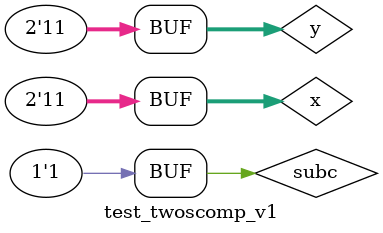
<source format=v>
`timescale 1ns / 1ps


module test_twoscomp_v1;

	// Inputs
	reg [1:0] x;
	reg [1:0] y;
	reg subc;

	// Outputs
	wire s0;
	wire s1;
	wire c2;

	// Instantiate the Unit Under Test (UUT)
	TwosCompl uut (
		.x(x), 
		.y(y), 
		.subc(subc), 
		.s0(s0), 
		.s1(s1), 
		.c2(c2)
	);

	initial begin
		// Initialize Inputs
		x = 2'b11;
		y = 2'b00;
		subc = 0;

		// Wait 100 ns for global reset to finish
		#100;
		x = 2'b11;
		y = 2'b11;
		subc = 0;
		
		#100;
		x = 2'b11;
		y = 2'b11;
		subc = 1;
        
		// Add stimulus here

	end
      
endmodule


</source>
